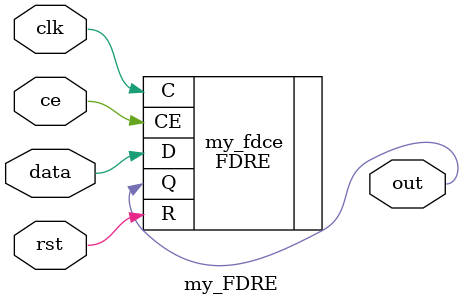
<source format=sv>
module my_FDRE(
  input  logic data,
  input  logic clk,
  input  logic ce,
  input  logic rst,
  output logic out
);

  FDRE my_fdce (
    .Q(out),
    .C(clk),
    .CE(ce),
    .R(rst),
    .D(data)
  );


endmodule

</source>
